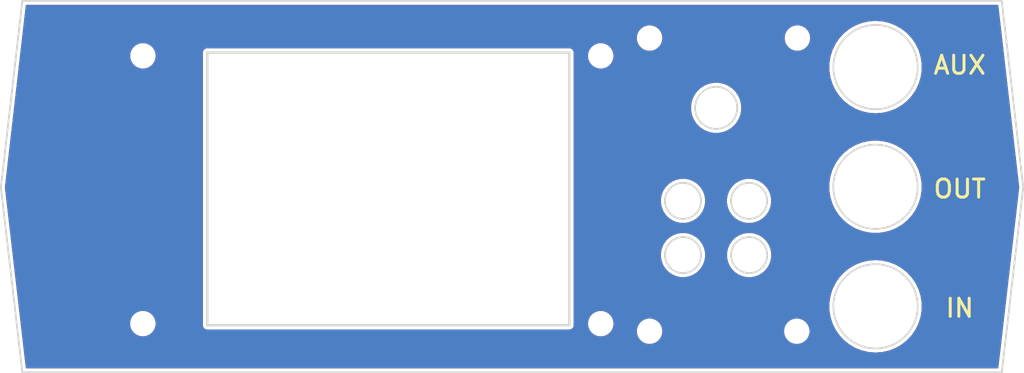
<source format=kicad_pcb>
(kicad_pcb (version 20171130) (host pcbnew 5.1.5-52549c5~86~ubuntu18.04.1)

  (general
    (thickness 1.6)
    (drawings 21)
    (tracks 0)
    (zones 0)
    (modules 8)
    (nets 1)
  )

  (page A4 portrait)
  (layers
    (0 F.Cu signal)
    (31 B.Cu signal)
    (32 B.Adhes user)
    (33 F.Adhes user)
    (34 B.Paste user)
    (35 F.Paste user)
    (36 B.SilkS user)
    (37 F.SilkS user)
    (38 B.Mask user)
    (39 F.Mask user)
    (40 Dwgs.User user)
    (41 Cmts.User user)
    (42 Eco1.User user)
    (43 Eco2.User user)
    (44 Edge.Cuts user)
    (45 Margin user)
    (46 B.CrtYd user)
    (47 F.CrtYd user)
    (48 B.Fab user hide)
    (49 F.Fab user hide)
  )

  (setup
    (last_trace_width 0.25)
    (trace_clearance 0.2)
    (zone_clearance 0.508)
    (zone_45_only no)
    (trace_min 0.2)
    (via_size 0.8)
    (via_drill 0.4)
    (via_min_size 0.4)
    (via_min_drill 0.3)
    (uvia_size 0.3)
    (uvia_drill 0.1)
    (uvias_allowed no)
    (uvia_min_size 0.2)
    (uvia_min_drill 0.1)
    (edge_width 0.05)
    (segment_width 0.2)
    (pcb_text_width 0.3)
    (pcb_text_size 1.5 1.5)
    (mod_edge_width 0.12)
    (mod_text_size 1 1)
    (mod_text_width 0.15)
    (pad_size 1.524 1.524)
    (pad_drill 0.762)
    (pad_to_mask_clearance 0.051)
    (solder_mask_min_width 0.25)
    (aux_axis_origin 0 0)
    (visible_elements FFFFFF7F)
    (pcbplotparams
      (layerselection 0x010fc_ffffffff)
      (usegerberextensions false)
      (usegerberattributes false)
      (usegerberadvancedattributes false)
      (creategerberjobfile false)
      (excludeedgelayer true)
      (linewidth 0.100000)
      (plotframeref false)
      (viasonmask false)
      (mode 1)
      (useauxorigin false)
      (hpglpennumber 1)
      (hpglpenspeed 20)
      (hpglpendiameter 15.000000)
      (psnegative false)
      (psa4output false)
      (plotreference true)
      (plotvalue true)
      (plotinvisibletext false)
      (padsonsilk false)
      (subtractmaskfromsilk false)
      (outputformat 1)
      (mirror false)
      (drillshape 1)
      (scaleselection 1)
      (outputdirectory ""))
  )

  (net 0 "")

  (net_class Default "This is the default net class."
    (clearance 0.2)
    (trace_width 0.25)
    (via_dia 0.8)
    (via_drill 0.4)
    (uvia_dia 0.3)
    (uvia_drill 0.1)
  )

  (module MountingHole:MountingHole_3.2mm_M3 locked (layer F.Cu) (tedit 56D1B4CB) (tstamp 5ED2D3D9)
    (at 128.2319 126.52248)
    (descr "Mounting Hole 3.2mm, no annular, M3")
    (tags "mounting hole 3.2mm no annular m3")
    (attr virtual)
    (fp_text reference REF** (at 0 -4.2) (layer F.SilkS) hide
      (effects (font (size 1 1) (thickness 0.15)))
    )
    (fp_text value MountingHole_3.2mm_M3 (at 0 4.2) (layer F.Fab)
      (effects (font (size 1 1) (thickness 0.15)))
    )
    (fp_circle (center 0 0) (end 3.45 0) (layer F.CrtYd) (width 0.05))
    (fp_circle (center 0 0) (end 3.2 0) (layer Cmts.User) (width 0.15))
    (fp_text user %R (at 0.3 0) (layer F.Fab)
      (effects (font (size 1 1) (thickness 0.15)))
    )
    (pad 1 np_thru_hole circle (at 0 0) (size 3.2 3.2) (drill 3.2) (layers *.Cu *.Mask))
  )

  (module MountingHole:MountingHole_3.2mm_M3 locked (layer F.Cu) (tedit 56D1B4CB) (tstamp 5ED2D3D9)
    (at 152.6667 126.5301)
    (descr "Mounting Hole 3.2mm, no annular, M3")
    (tags "mounting hole 3.2mm no annular m3")
    (attr virtual)
    (fp_text reference REF** (at 0 -4.2) (layer F.SilkS) hide
      (effects (font (size 1 1) (thickness 0.15)))
    )
    (fp_text value MountingHole_3.2mm_M3 (at 0 4.2) (layer F.Fab)
      (effects (font (size 1 1) (thickness 0.15)))
    )
    (fp_circle (center 0 0) (end 3.45 0) (layer F.CrtYd) (width 0.05))
    (fp_circle (center 0 0) (end 3.2 0) (layer Cmts.User) (width 0.15))
    (fp_text user %R (at 0.3 0) (layer F.Fab)
      (effects (font (size 1 1) (thickness 0.15)))
    )
    (pad 1 np_thru_hole circle (at 0 0) (size 3.2 3.2) (drill 3.2) (layers *.Cu *.Mask))
  )

  (module MountingHole:MountingHole_3.2mm_M3 (layer F.Cu) (tedit 56D1B4CB) (tstamp 5ED2D3D9)
    (at 152.7683 77.80528)
    (descr "Mounting Hole 3.2mm, no annular, M3")
    (tags "mounting hole 3.2mm no annular m3")
    (attr virtual)
    (fp_text reference REF** (at 0 -4.2) (layer F.SilkS) hide
      (effects (font (size 1 1) (thickness 0.15)))
    )
    (fp_text value MountingHole_3.2mm_M3 (at 0 4.2) (layer F.Fab)
      (effects (font (size 1 1) (thickness 0.15)))
    )
    (fp_circle (center 0 0) (end 3.45 0) (layer F.CrtYd) (width 0.05))
    (fp_circle (center 0 0) (end 3.2 0) (layer Cmts.User) (width 0.15))
    (fp_text user %R (at 0.3 0) (layer F.Fab)
      (effects (font (size 1 1) (thickness 0.15)))
    )
    (pad 1 np_thru_hole circle (at 0 0) (size 3.2 3.2) (drill 3.2) (layers *.Cu *.Mask))
  )

  (module MountingHole:MountingHole_3.2mm_M3 locked (layer F.Cu) (tedit 56D1B4CB) (tstamp 5ED2D3D9)
    (at 128.2319 77.80528)
    (descr "Mounting Hole 3.2mm, no annular, M3")
    (tags "mounting hole 3.2mm no annular m3")
    (attr virtual)
    (fp_text reference REF** (at 0 -4.2) (layer F.SilkS) hide
      (effects (font (size 1 1) (thickness 0.15)))
    )
    (fp_text value MountingHole_3.2mm_M3 (at 0 4.2) (layer F.Fab)
      (effects (font (size 1 1) (thickness 0.15)))
    )
    (fp_circle (center 0 0) (end 3.45 0) (layer F.CrtYd) (width 0.05))
    (fp_circle (center 0 0) (end 3.2 0) (layer Cmts.User) (width 0.15))
    (fp_text user %R (at 0.3 0) (layer F.Fab)
      (effects (font (size 1 1) (thickness 0.15)))
    )
    (pad 1 np_thru_hole circle (at 0 0) (size 3.2 3.2) (drill 3.2) (layers *.Cu *.Mask))
  )

  (module MountingHole:MountingHole_3.2mm_M3 locked (layer F.Cu) (tedit 56D1B4CB) (tstamp 5ED2D3D9)
    (at 120.1293 125.26518)
    (descr "Mounting Hole 3.2mm, no annular, M3")
    (tags "mounting hole 3.2mm no annular m3")
    (attr virtual)
    (fp_text reference REF** (at 0 -4.2) (layer F.SilkS) hide
      (effects (font (size 1 1) (thickness 0.15)))
    )
    (fp_text value MountingHole_3.2mm_M3 (at 0 4.2) (layer F.Fab)
      (effects (font (size 1 1) (thickness 0.15)))
    )
    (fp_circle (center 0 0) (end 3.45 0) (layer F.CrtYd) (width 0.05))
    (fp_circle (center 0 0) (end 3.2 0) (layer Cmts.User) (width 0.15))
    (fp_text user %R (at 0.3 0) (layer F.Fab)
      (effects (font (size 1 1) (thickness 0.15)))
    )
    (pad 1 np_thru_hole circle (at 0 0) (size 3.2 3.2) (drill 3.2) (layers *.Cu *.Mask))
  )

  (module MountingHole:MountingHole_3.2mm_M3 locked (layer F.Cu) (tedit 56D1B4CB) (tstamp 5ED2D3D9)
    (at 120.1293 80.76438)
    (descr "Mounting Hole 3.2mm, no annular, M3")
    (tags "mounting hole 3.2mm no annular m3")
    (attr virtual)
    (fp_text reference REF** (at 0 -4.2) (layer F.SilkS) hide
      (effects (font (size 1 1) (thickness 0.15)))
    )
    (fp_text value MountingHole_3.2mm_M3 (at 0 4.2) (layer F.Fab)
      (effects (font (size 1 1) (thickness 0.15)))
    )
    (fp_circle (center 0 0) (end 3.45 0) (layer F.CrtYd) (width 0.05))
    (fp_circle (center 0 0) (end 3.2 0) (layer Cmts.User) (width 0.15))
    (fp_text user %R (at 0.3 0) (layer F.Fab)
      (effects (font (size 1 1) (thickness 0.15)))
    )
    (pad 1 np_thru_hole circle (at 0 0) (size 3.2 3.2) (drill 3.2) (layers *.Cu *.Mask))
  )

  (module MountingHole:MountingHole_3.2mm_M3 (layer F.Cu) (tedit 56D1B4CB) (tstamp 5ED2D3D9)
    (at 44.1325 125.2601)
    (descr "Mounting Hole 3.2mm, no annular, M3")
    (tags "mounting hole 3.2mm no annular m3")
    (attr virtual)
    (fp_text reference REF** (at 0 -4.2) (layer F.SilkS) hide
      (effects (font (size 1 1) (thickness 0.15)))
    )
    (fp_text value MountingHole_3.2mm_M3 (at 0 4.2) (layer F.Fab)
      (effects (font (size 1 1) (thickness 0.15)))
    )
    (fp_circle (center 0 0) (end 3.45 0) (layer F.CrtYd) (width 0.05))
    (fp_circle (center 0 0) (end 3.2 0) (layer Cmts.User) (width 0.15))
    (fp_text user %R (at 0.3 0) (layer F.Fab)
      (effects (font (size 1 1) (thickness 0.15)))
    )
    (pad 1 np_thru_hole circle (at 0 0) (size 3.2 3.2) (drill 3.2) (layers *.Cu *.Mask))
  )

  (module MountingHole:MountingHole_3.2mm_M3 locked (layer F.Cu) (tedit 56D1B4CB) (tstamp 5ED2D391)
    (at 44.1452 80.7593)
    (descr "Mounting Hole 3.2mm, no annular, M3")
    (tags "mounting hole 3.2mm no annular m3")
    (attr virtual)
    (fp_text reference REF** (at 0 -4.2) (layer F.SilkS) hide
      (effects (font (size 1 1) (thickness 0.15)))
    )
    (fp_text value MountingHole_3.2mm_M3 (at 0 4.2) (layer F.Fab)
      (effects (font (size 1 1) (thickness 0.15)))
    )
    (fp_text user %R (at 0.3 0) (layer F.Fab)
      (effects (font (size 1 1) (thickness 0.15)))
    )
    (fp_circle (center 0 0) (end 3.2 0) (layer Cmts.User) (width 0.15))
    (fp_circle (center 0 0) (end 3.45 0) (layer F.CrtYd) (width 0.05))
    (pad 1 np_thru_hole circle (at 0 0) (size 3.2 3.2) (drill 3.2) (layers *.Cu *.Mask))
  )

  (gr_text IN (at 179.705 122.682) (layer F.SilkS) (tstamp 5ED2D9A2)
    (effects (font (size 3 3) (thickness 0.5)))
  )
  (gr_text OUT (at 179.705 102.87) (layer F.SilkS) (tstamp 5ED2D9A2)
    (effects (font (size 3 3) (thickness 0.5)))
  )
  (gr_text AUX (at 179.705 82.296) (layer F.SilkS)
    (effects (font (size 3 3) (thickness 0.5)))
  )
  (gr_line (start 190.246 102.616) (end 186.69 133.35) (layer Edge.Cuts) (width 0.3) (tstamp 5ED2D654))
  (gr_line (start 190.246 102.616) (end 186.69 71.628) (layer Edge.Cuts) (width 0.3) (tstamp 5ED2D652))
  (gr_line (start 20.574 102.616) (end 24.13 133.35) (layer Edge.Cuts) (width 0.3) (tstamp 5ED2D641))
  (gr_line (start 20.574 102.616) (end 24.13 71.628) (layer Edge.Cuts) (width 0.3) (tstamp 5ED2D639))
  (gr_circle (center 144.7419 104.8639) (end 147.7419 104.8639) (layer Edge.Cuts) (width 0.3) (tstamp 5ED2D577))
  (gr_circle (center 144.7546 113.8682) (end 147.7546 113.8682) (layer Edge.Cuts) (width 0.3) (tstamp 5ED2D5E5))
  (gr_circle (center 133.7818 113.8682) (end 136.7818 113.8682) (layer Edge.Cuts) (width 0.3) (tstamp 5ED2D577))
  (gr_circle (center 133.7818 104.8639) (end 136.7818 104.8639) (layer Edge.Cuts) (width 0.3) (tstamp 5ED2D5E0))
  (gr_circle (center 139.2809 89.4005) (end 142.7809 89.4005) (layer Edge.Cuts) (width 0.3))
  (gr_circle (center 165.735 122.3876) (end 172.735 122.3876) (layer Edge.Cuts) (width 0.3) (tstamp 5ED2CD3D))
  (gr_circle (center 165.7223 102.5144) (end 172.7223 102.5144) (layer Edge.Cuts) (width 0.3) (tstamp 5ED2CD3D))
  (gr_circle (center 165.735 82.6262) (end 172.735 82.6262) (layer Edge.Cuts) (width 0.3))
  (gr_line (start 114.917675 80.223683) (end 114.917675 125.52387) (layer Edge.Cuts) (width 0.404466))
  (gr_line (start 54.82214 80.223683) (end 114.917675 80.223683) (layer Edge.Cuts) (width 0.404466))
  (gr_line (start 54.82214 125.52387) (end 54.82214 80.223683) (layer Edge.Cuts) (width 0.404466))
  (gr_line (start 114.917675 125.52387) (end 54.82214 125.52387) (layer Edge.Cuts) (width 0.404466))
  (gr_line (start 24.13 71.628) (end 186.69 71.628) (layer Edge.Cuts) (width 0.3))
  (gr_line (start 186.69 133.35) (end 24.13 133.35) (layer Edge.Cuts) (width 0.3))

  (zone (net 0) (net_name "") (layer F.Cu) (tstamp 0) (hatch edge 0.508)
    (connect_pads yes (clearance 0.508))
    (min_thickness 0.254)
    (fill yes (arc_segments 32) (thermal_gap 0.508) (thermal_bridge_width 0.508))
    (polygon
      (pts
        (xy 190.246 133.35) (xy 20.574 133.35) (xy 20.574 71.628) (xy 190.246 71.628)
      )
    )
    (filled_polygon
      (pts
        (xy 189.455806 102.61563) (xy 185.99059 132.565) (xy 24.82941 132.565) (xy 23.958746 125.039972) (xy 41.8975 125.039972)
        (xy 41.8975 125.480228) (xy 41.98339 125.912025) (xy 42.151869 126.318769) (xy 42.396462 126.684829) (xy 42.707771 126.996138)
        (xy 43.073831 127.240731) (xy 43.480575 127.40921) (xy 43.912372 127.4951) (xy 44.352628 127.4951) (xy 44.784425 127.40921)
        (xy 45.191169 127.240731) (xy 45.557229 126.996138) (xy 45.868538 126.684829) (xy 46.113131 126.318769) (xy 46.28161 125.912025)
        (xy 46.3675 125.480228) (xy 46.3675 125.039972) (xy 46.28161 124.608175) (xy 46.113131 124.201431) (xy 45.868538 123.835371)
        (xy 45.557229 123.524062) (xy 45.191169 123.279469) (xy 44.784425 123.11099) (xy 44.352628 123.0251) (xy 43.912372 123.0251)
        (xy 43.480575 123.11099) (xy 43.073831 123.279469) (xy 42.707771 123.524062) (xy 42.396462 123.835371) (xy 42.151869 124.201431)
        (xy 41.98339 124.608175) (xy 41.8975 125.039972) (xy 23.958746 125.039972) (xy 21.364193 102.615631) (xy 23.897557 80.539172)
        (xy 41.9102 80.539172) (xy 41.9102 80.979428) (xy 41.99609 81.411225) (xy 42.164569 81.817969) (xy 42.409162 82.184029)
        (xy 42.720471 82.495338) (xy 43.086531 82.739931) (xy 43.493275 82.90841) (xy 43.925072 82.9943) (xy 44.365328 82.9943)
        (xy 44.797125 82.90841) (xy 45.203869 82.739931) (xy 45.569929 82.495338) (xy 45.881238 82.184029) (xy 46.125831 81.817969)
        (xy 46.29431 81.411225) (xy 46.3802 80.979428) (xy 46.3802 80.539172) (xy 46.317446 80.223683) (xy 53.980856 80.223683)
        (xy 53.984908 80.264824) (xy 53.984907 125.482739) (xy 53.980856 125.52387) (xy 53.997021 125.687996) (xy 54.044895 125.845815)
        (xy 54.122638 125.991262) (xy 54.227262 126.118748) (xy 54.354748 126.223372) (xy 54.500195 126.301115) (xy 54.658014 126.348989)
        (xy 54.82214 126.365154) (xy 54.86327 126.361103) (xy 114.876545 126.361103) (xy 114.917675 126.365154) (xy 114.958805 126.361103)
        (xy 115.081801 126.348989) (xy 115.23962 126.301115) (xy 115.385067 126.223372) (xy 115.512553 126.118748) (xy 115.617177 125.991262)
        (xy 115.69492 125.845815) (xy 115.742794 125.687996) (xy 115.758959 125.52387) (xy 115.754908 125.48274) (xy 115.754908 125.045052)
        (xy 117.8943 125.045052) (xy 117.8943 125.485308) (xy 117.98019 125.917105) (xy 118.148669 126.323849) (xy 118.393262 126.689909)
        (xy 118.704571 127.001218) (xy 119.070631 127.245811) (xy 119.477375 127.41429) (xy 119.909172 127.50018) (xy 120.349428 127.50018)
        (xy 120.781225 127.41429) (xy 121.187969 127.245811) (xy 121.554029 127.001218) (xy 121.865338 126.689909) (xy 122.109931 126.323849)
        (xy 122.118835 126.302352) (xy 125.9969 126.302352) (xy 125.9969 126.742608) (xy 126.08279 127.174405) (xy 126.251269 127.581149)
        (xy 126.495862 127.947209) (xy 126.807171 128.258518) (xy 127.173231 128.503111) (xy 127.579975 128.67159) (xy 128.011772 128.75748)
        (xy 128.452028 128.75748) (xy 128.883825 128.67159) (xy 129.290569 128.503111) (xy 129.656629 128.258518) (xy 129.967938 127.947209)
        (xy 130.212531 127.581149) (xy 130.38101 127.174405) (xy 130.4669 126.742608) (xy 130.4669 126.309972) (xy 150.4317 126.309972)
        (xy 150.4317 126.750228) (xy 150.51759 127.182025) (xy 150.686069 127.588769) (xy 150.930662 127.954829) (xy 151.241971 128.266138)
        (xy 151.608031 128.510731) (xy 152.014775 128.67921) (xy 152.446572 128.7651) (xy 152.886828 128.7651) (xy 153.318625 128.67921)
        (xy 153.725369 128.510731) (xy 154.091429 128.266138) (xy 154.402738 127.954829) (xy 154.647331 127.588769) (xy 154.81581 127.182025)
        (xy 154.9017 126.750228) (xy 154.9017 126.309972) (xy 154.81581 125.878175) (xy 154.647331 125.471431) (xy 154.402738 125.105371)
        (xy 154.091429 124.794062) (xy 153.725369 124.549469) (xy 153.318625 124.38099) (xy 152.886828 124.2951) (xy 152.446572 124.2951)
        (xy 152.014775 124.38099) (xy 151.608031 124.549469) (xy 151.241971 124.794062) (xy 150.930662 125.105371) (xy 150.686069 125.471431)
        (xy 150.51759 125.878175) (xy 150.4317 126.309972) (xy 130.4669 126.309972) (xy 130.4669 126.302352) (xy 130.38101 125.870555)
        (xy 130.212531 125.463811) (xy 129.967938 125.097751) (xy 129.656629 124.786442) (xy 129.290569 124.541849) (xy 128.883825 124.37337)
        (xy 128.452028 124.28748) (xy 128.011772 124.28748) (xy 127.579975 124.37337) (xy 127.173231 124.541849) (xy 126.807171 124.786442)
        (xy 126.495862 125.097751) (xy 126.251269 125.463811) (xy 126.08279 125.870555) (xy 125.9969 126.302352) (xy 122.118835 126.302352)
        (xy 122.27841 125.917105) (xy 122.3643 125.485308) (xy 122.3643 125.045052) (xy 122.27841 124.613255) (xy 122.109931 124.206511)
        (xy 121.865338 123.840451) (xy 121.554029 123.529142) (xy 121.187969 123.284549) (xy 120.781225 123.11607) (xy 120.349428 123.03018)
        (xy 119.909172 123.03018) (xy 119.477375 123.11607) (xy 119.070631 123.284549) (xy 118.704571 123.529142) (xy 118.393262 123.840451)
        (xy 118.148669 124.206511) (xy 117.98019 124.613255) (xy 117.8943 125.045052) (xy 115.754908 125.045052) (xy 115.754908 121.804332)
        (xy 157.951824 121.804332) (xy 157.951824 122.970868) (xy 158.125688 124.124376) (xy 158.46953 125.239087) (xy 158.975672 126.2901)
        (xy 159.632805 127.253938) (xy 160.426252 128.10907) (xy 161.338287 128.836394) (xy 162.348537 129.419662) (xy 163.434436 129.845846)
        (xy 164.571725 130.105425) (xy 165.735 130.1926) (xy 166.898275 130.105425) (xy 168.035564 129.845846) (xy 169.121463 129.419662)
        (xy 170.131713 128.836394) (xy 171.043748 128.10907) (xy 171.837195 127.253938) (xy 172.494328 126.2901) (xy 173.00047 125.239087)
        (xy 173.344312 124.124376) (xy 173.518176 122.970868) (xy 173.518176 121.804332) (xy 173.344312 120.650824) (xy 173.00047 119.536113)
        (xy 172.494328 118.4851) (xy 171.837195 117.521262) (xy 171.043748 116.66613) (xy 170.131713 115.938806) (xy 169.121463 115.355538)
        (xy 168.035564 114.929354) (xy 166.898275 114.669775) (xy 165.735 114.5826) (xy 164.571725 114.669775) (xy 163.434436 114.929354)
        (xy 162.348537 115.355538) (xy 161.338287 115.938806) (xy 160.426252 116.66613) (xy 159.632805 117.521262) (xy 158.975672 118.4851)
        (xy 158.46953 119.536113) (xy 158.125688 120.650824) (xy 157.951824 121.804332) (xy 115.754908 121.804332) (xy 115.754908 113.495245)
        (xy 129.995122 113.495245) (xy 129.995122 114.241155) (xy 130.140642 114.972733) (xy 130.42609 115.661865) (xy 130.840495 116.282066)
        (xy 131.367934 116.809505) (xy 131.988135 117.22391) (xy 132.677267 117.509358) (xy 133.408845 117.654878) (xy 134.154755 117.654878)
        (xy 134.886333 117.509358) (xy 135.575465 117.22391) (xy 136.195666 116.809505) (xy 136.723105 116.282066) (xy 137.13751 115.661865)
        (xy 137.422958 114.972733) (xy 137.568478 114.241155) (xy 137.568478 113.495245) (xy 140.967922 113.495245) (xy 140.967922 114.241155)
        (xy 141.113442 114.972733) (xy 141.39889 115.661865) (xy 141.813295 116.282066) (xy 142.340734 116.809505) (xy 142.960935 117.22391)
        (xy 143.650067 117.509358) (xy 144.381645 117.654878) (xy 145.127555 117.654878) (xy 145.859133 117.509358) (xy 146.548265 117.22391)
        (xy 147.168466 116.809505) (xy 147.695905 116.282066) (xy 148.11031 115.661865) (xy 148.395758 114.972733) (xy 148.541278 114.241155)
        (xy 148.541278 113.495245) (xy 148.395758 112.763667) (xy 148.11031 112.074535) (xy 147.695905 111.454334) (xy 147.168466 110.926895)
        (xy 146.548265 110.51249) (xy 145.859133 110.227042) (xy 145.127555 110.081522) (xy 144.381645 110.081522) (xy 143.650067 110.227042)
        (xy 142.960935 110.51249) (xy 142.340734 110.926895) (xy 141.813295 111.454334) (xy 141.39889 112.074535) (xy 141.113442 112.763667)
        (xy 140.967922 113.495245) (xy 137.568478 113.495245) (xy 137.422958 112.763667) (xy 137.13751 112.074535) (xy 136.723105 111.454334)
        (xy 136.195666 110.926895) (xy 135.575465 110.51249) (xy 134.886333 110.227042) (xy 134.154755 110.081522) (xy 133.408845 110.081522)
        (xy 132.677267 110.227042) (xy 131.988135 110.51249) (xy 131.367934 110.926895) (xy 130.840495 111.454334) (xy 130.42609 112.074535)
        (xy 130.140642 112.763667) (xy 129.995122 113.495245) (xy 115.754908 113.495245) (xy 115.754908 104.490945) (xy 129.995122 104.490945)
        (xy 129.995122 105.236855) (xy 130.140642 105.968433) (xy 130.42609 106.657565) (xy 130.840495 107.277766) (xy 131.367934 107.805205)
        (xy 131.988135 108.21961) (xy 132.677267 108.505058) (xy 133.408845 108.650578) (xy 134.154755 108.650578) (xy 134.886333 108.505058)
        (xy 135.575465 108.21961) (xy 136.195666 107.805205) (xy 136.723105 107.277766) (xy 137.13751 106.657565) (xy 137.422958 105.968433)
        (xy 137.568478 105.236855) (xy 137.568478 104.490945) (xy 140.955222 104.490945) (xy 140.955222 105.236855) (xy 141.100742 105.968433)
        (xy 141.38619 106.657565) (xy 141.800595 107.277766) (xy 142.328034 107.805205) (xy 142.948235 108.21961) (xy 143.637367 108.505058)
        (xy 144.368945 108.650578) (xy 145.114855 108.650578) (xy 145.846433 108.505058) (xy 146.535565 108.21961) (xy 147.155766 107.805205)
        (xy 147.683205 107.277766) (xy 148.09761 106.657565) (xy 148.383058 105.968433) (xy 148.528578 105.236855) (xy 148.528578 104.490945)
        (xy 148.383058 103.759367) (xy 148.09761 103.070235) (xy 147.683205 102.450034) (xy 147.164303 101.931132) (xy 157.939124 101.931132)
        (xy 157.939124 103.097668) (xy 158.112988 104.251176) (xy 158.45683 105.365887) (xy 158.962972 106.4169) (xy 159.620105 107.380738)
        (xy 160.413552 108.23587) (xy 161.325587 108.963194) (xy 162.335837 109.546462) (xy 163.421736 109.972646) (xy 164.559025 110.232225)
        (xy 165.7223 110.3194) (xy 166.885575 110.232225) (xy 168.022864 109.972646) (xy 169.108763 109.546462) (xy 170.119013 108.963194)
        (xy 171.031048 108.23587) (xy 171.824495 107.380738) (xy 172.481628 106.4169) (xy 172.98777 105.365887) (xy 173.331612 104.251176)
        (xy 173.505476 103.097668) (xy 173.505476 101.931132) (xy 173.331612 100.777624) (xy 172.98777 99.662913) (xy 172.481628 98.6119)
        (xy 171.824495 97.648062) (xy 171.031048 96.79293) (xy 170.119013 96.065606) (xy 169.108763 95.482338) (xy 168.022864 95.056154)
        (xy 166.885575 94.796575) (xy 165.7223 94.7094) (xy 164.559025 94.796575) (xy 163.421736 95.056154) (xy 162.335837 95.482338)
        (xy 161.325587 96.065606) (xy 160.413552 96.79293) (xy 159.620105 97.648062) (xy 158.962972 98.6119) (xy 158.45683 99.662913)
        (xy 158.112988 100.777624) (xy 157.939124 101.931132) (xy 147.164303 101.931132) (xy 147.155766 101.922595) (xy 146.535565 101.50819)
        (xy 145.846433 101.222742) (xy 145.114855 101.077222) (xy 144.368945 101.077222) (xy 143.637367 101.222742) (xy 142.948235 101.50819)
        (xy 142.328034 101.922595) (xy 141.800595 102.450034) (xy 141.38619 103.070235) (xy 141.100742 103.759367) (xy 140.955222 104.490945)
        (xy 137.568478 104.490945) (xy 137.422958 103.759367) (xy 137.13751 103.070235) (xy 136.723105 102.450034) (xy 136.195666 101.922595)
        (xy 135.575465 101.50819) (xy 134.886333 101.222742) (xy 134.154755 101.077222) (xy 133.408845 101.077222) (xy 132.677267 101.222742)
        (xy 131.988135 101.50819) (xy 131.367934 101.922595) (xy 130.840495 102.450034) (xy 130.42609 103.070235) (xy 130.140642 103.759367)
        (xy 129.995122 104.490945) (xy 115.754908 104.490945) (xy 115.754908 88.978536) (xy 134.99663 88.978536) (xy 134.99663 89.822464)
        (xy 135.161272 90.650176) (xy 135.484229 91.429863) (xy 135.95309 92.131563) (xy 136.549837 92.72831) (xy 137.251537 93.197171)
        (xy 138.031224 93.520128) (xy 138.858936 93.68477) (xy 139.702864 93.68477) (xy 140.530576 93.520128) (xy 141.310263 93.197171)
        (xy 142.011963 92.72831) (xy 142.60871 92.131563) (xy 143.077571 91.429863) (xy 143.400528 90.650176) (xy 143.56517 89.822464)
        (xy 143.56517 88.978536) (xy 143.400528 88.150824) (xy 143.077571 87.371137) (xy 142.60871 86.669437) (xy 142.011963 86.07269)
        (xy 141.310263 85.603829) (xy 140.530576 85.280872) (xy 139.702864 85.11623) (xy 138.858936 85.11623) (xy 138.031224 85.280872)
        (xy 137.251537 85.603829) (xy 136.549837 86.07269) (xy 135.95309 86.669437) (xy 135.484229 87.371137) (xy 135.161272 88.150824)
        (xy 134.99663 88.978536) (xy 115.754908 88.978536) (xy 115.754908 80.544252) (xy 117.8943 80.544252) (xy 117.8943 80.984508)
        (xy 117.98019 81.416305) (xy 118.148669 81.823049) (xy 118.393262 82.189109) (xy 118.704571 82.500418) (xy 119.070631 82.745011)
        (xy 119.477375 82.91349) (xy 119.909172 82.99938) (xy 120.349428 82.99938) (xy 120.781225 82.91349) (xy 121.187969 82.745011)
        (xy 121.554029 82.500418) (xy 121.865338 82.189109) (xy 121.96301 82.042932) (xy 157.951824 82.042932) (xy 157.951824 83.209468)
        (xy 158.125688 84.362976) (xy 158.46953 85.477687) (xy 158.975672 86.5287) (xy 159.632805 87.492538) (xy 160.426252 88.34767)
        (xy 161.338287 89.074994) (xy 162.348537 89.658262) (xy 163.434436 90.084446) (xy 164.571725 90.344025) (xy 165.735 90.4312)
        (xy 166.898275 90.344025) (xy 168.035564 90.084446) (xy 169.121463 89.658262) (xy 170.131713 89.074994) (xy 171.043748 88.34767)
        (xy 171.837195 87.492538) (xy 172.494328 86.5287) (xy 173.00047 85.477687) (xy 173.344312 84.362976) (xy 173.518176 83.209468)
        (xy 173.518176 82.042932) (xy 173.344312 80.889424) (xy 173.00047 79.774713) (xy 172.494328 78.7237) (xy 171.837195 77.759862)
        (xy 171.043748 76.90473) (xy 170.131713 76.177406) (xy 169.121463 75.594138) (xy 168.035564 75.167954) (xy 166.898275 74.908375)
        (xy 165.735 74.8212) (xy 164.571725 74.908375) (xy 163.434436 75.167954) (xy 162.348537 75.594138) (xy 161.338287 76.177406)
        (xy 160.426252 76.90473) (xy 159.632805 77.759862) (xy 158.975672 78.7237) (xy 158.46953 79.774713) (xy 158.125688 80.889424)
        (xy 157.951824 82.042932) (xy 121.96301 82.042932) (xy 122.109931 81.823049) (xy 122.27841 81.416305) (xy 122.3643 80.984508)
        (xy 122.3643 80.544252) (xy 122.27841 80.112455) (xy 122.109931 79.705711) (xy 121.865338 79.339651) (xy 121.554029 79.028342)
        (xy 121.187969 78.783749) (xy 120.781225 78.61527) (xy 120.349428 78.52938) (xy 119.909172 78.52938) (xy 119.477375 78.61527)
        (xy 119.070631 78.783749) (xy 118.704571 79.028342) (xy 118.393262 79.339651) (xy 118.148669 79.705711) (xy 117.98019 80.112455)
        (xy 117.8943 80.544252) (xy 115.754908 80.544252) (xy 115.754908 80.264813) (xy 115.758959 80.223683) (xy 115.742794 80.059557)
        (xy 115.69492 79.901738) (xy 115.617177 79.756291) (xy 115.512553 79.628805) (xy 115.385067 79.524181) (xy 115.23962 79.446438)
        (xy 115.081801 79.398564) (xy 114.958805 79.38645) (xy 114.917675 79.382399) (xy 114.876545 79.38645) (xy 54.86327 79.38645)
        (xy 54.82214 79.382399) (xy 54.78101 79.38645) (xy 54.658014 79.398564) (xy 54.500195 79.446438) (xy 54.354748 79.524181)
        (xy 54.227262 79.628805) (xy 54.122638 79.756291) (xy 54.044895 79.901738) (xy 53.997021 80.059557) (xy 53.980856 80.223683)
        (xy 46.317446 80.223683) (xy 46.29431 80.107375) (xy 46.125831 79.700631) (xy 45.881238 79.334571) (xy 45.569929 79.023262)
        (xy 45.203869 78.778669) (xy 44.797125 78.61019) (xy 44.365328 78.5243) (xy 43.925072 78.5243) (xy 43.493275 78.61019)
        (xy 43.086531 78.778669) (xy 42.720471 79.023262) (xy 42.409162 79.334571) (xy 42.164569 79.700631) (xy 41.99609 80.107375)
        (xy 41.9102 80.539172) (xy 23.897557 80.539172) (xy 24.236543 77.585152) (xy 125.9969 77.585152) (xy 125.9969 78.025408)
        (xy 126.08279 78.457205) (xy 126.251269 78.863949) (xy 126.495862 79.230009) (xy 126.807171 79.541318) (xy 127.173231 79.785911)
        (xy 127.579975 79.95439) (xy 128.011772 80.04028) (xy 128.452028 80.04028) (xy 128.883825 79.95439) (xy 129.290569 79.785911)
        (xy 129.656629 79.541318) (xy 129.967938 79.230009) (xy 130.212531 78.863949) (xy 130.38101 78.457205) (xy 130.4669 78.025408)
        (xy 130.4669 77.585152) (xy 150.5333 77.585152) (xy 150.5333 78.025408) (xy 150.61919 78.457205) (xy 150.787669 78.863949)
        (xy 151.032262 79.230009) (xy 151.343571 79.541318) (xy 151.709631 79.785911) (xy 152.116375 79.95439) (xy 152.548172 80.04028)
        (xy 152.988428 80.04028) (xy 153.420225 79.95439) (xy 153.826969 79.785911) (xy 154.193029 79.541318) (xy 154.504338 79.230009)
        (xy 154.748931 78.863949) (xy 154.91741 78.457205) (xy 155.0033 78.025408) (xy 155.0033 77.585152) (xy 154.91741 77.153355)
        (xy 154.748931 76.746611) (xy 154.504338 76.380551) (xy 154.193029 76.069242) (xy 153.826969 75.824649) (xy 153.420225 75.65617)
        (xy 152.988428 75.57028) (xy 152.548172 75.57028) (xy 152.116375 75.65617) (xy 151.709631 75.824649) (xy 151.343571 76.069242)
        (xy 151.032262 76.380551) (xy 150.787669 76.746611) (xy 150.61919 77.153355) (xy 150.5333 77.585152) (xy 130.4669 77.585152)
        (xy 130.38101 77.153355) (xy 130.212531 76.746611) (xy 129.967938 76.380551) (xy 129.656629 76.069242) (xy 129.290569 75.824649)
        (xy 128.883825 75.65617) (xy 128.452028 75.57028) (xy 128.011772 75.57028) (xy 127.579975 75.65617) (xy 127.173231 75.824649)
        (xy 126.807171 76.069242) (xy 126.495862 76.380551) (xy 126.251269 76.746611) (xy 126.08279 77.153355) (xy 125.9969 77.585152)
        (xy 24.236543 77.585152) (xy 24.830069 72.413) (xy 185.98993 72.413)
      )
    )
  )
  (zone (net 0) (net_name "") (layer B.Cu) (tstamp 0) (hatch edge 0.508)
    (connect_pads yes (clearance 0.508))
    (min_thickness 0.254)
    (fill yes (arc_segments 32) (thermal_gap 0.508) (thermal_bridge_width 0.508))
    (polygon
      (pts
        (xy 190.246 133.35) (xy 20.574 133.35) (xy 20.574 71.628) (xy 190.246 71.628)
      )
    )
    (filled_polygon
      (pts
        (xy 189.455806 102.61563) (xy 185.99059 132.565) (xy 24.82941 132.565) (xy 23.958746 125.039972) (xy 41.8975 125.039972)
        (xy 41.8975 125.480228) (xy 41.98339 125.912025) (xy 42.151869 126.318769) (xy 42.396462 126.684829) (xy 42.707771 126.996138)
        (xy 43.073831 127.240731) (xy 43.480575 127.40921) (xy 43.912372 127.4951) (xy 44.352628 127.4951) (xy 44.784425 127.40921)
        (xy 45.191169 127.240731) (xy 45.557229 126.996138) (xy 45.868538 126.684829) (xy 46.113131 126.318769) (xy 46.28161 125.912025)
        (xy 46.3675 125.480228) (xy 46.3675 125.039972) (xy 46.28161 124.608175) (xy 46.113131 124.201431) (xy 45.868538 123.835371)
        (xy 45.557229 123.524062) (xy 45.191169 123.279469) (xy 44.784425 123.11099) (xy 44.352628 123.0251) (xy 43.912372 123.0251)
        (xy 43.480575 123.11099) (xy 43.073831 123.279469) (xy 42.707771 123.524062) (xy 42.396462 123.835371) (xy 42.151869 124.201431)
        (xy 41.98339 124.608175) (xy 41.8975 125.039972) (xy 23.958746 125.039972) (xy 21.364193 102.615631) (xy 23.897557 80.539172)
        (xy 41.9102 80.539172) (xy 41.9102 80.979428) (xy 41.99609 81.411225) (xy 42.164569 81.817969) (xy 42.409162 82.184029)
        (xy 42.720471 82.495338) (xy 43.086531 82.739931) (xy 43.493275 82.90841) (xy 43.925072 82.9943) (xy 44.365328 82.9943)
        (xy 44.797125 82.90841) (xy 45.203869 82.739931) (xy 45.569929 82.495338) (xy 45.881238 82.184029) (xy 46.125831 81.817969)
        (xy 46.29431 81.411225) (xy 46.3802 80.979428) (xy 46.3802 80.539172) (xy 46.317446 80.223683) (xy 53.980856 80.223683)
        (xy 53.984908 80.264824) (xy 53.984907 125.482739) (xy 53.980856 125.52387) (xy 53.997021 125.687996) (xy 54.044895 125.845815)
        (xy 54.122638 125.991262) (xy 54.227262 126.118748) (xy 54.354748 126.223372) (xy 54.500195 126.301115) (xy 54.658014 126.348989)
        (xy 54.82214 126.365154) (xy 54.86327 126.361103) (xy 114.876545 126.361103) (xy 114.917675 126.365154) (xy 114.958805 126.361103)
        (xy 115.081801 126.348989) (xy 115.23962 126.301115) (xy 115.385067 126.223372) (xy 115.512553 126.118748) (xy 115.617177 125.991262)
        (xy 115.69492 125.845815) (xy 115.742794 125.687996) (xy 115.758959 125.52387) (xy 115.754908 125.48274) (xy 115.754908 125.045052)
        (xy 117.8943 125.045052) (xy 117.8943 125.485308) (xy 117.98019 125.917105) (xy 118.148669 126.323849) (xy 118.393262 126.689909)
        (xy 118.704571 127.001218) (xy 119.070631 127.245811) (xy 119.477375 127.41429) (xy 119.909172 127.50018) (xy 120.349428 127.50018)
        (xy 120.781225 127.41429) (xy 121.187969 127.245811) (xy 121.554029 127.001218) (xy 121.865338 126.689909) (xy 122.109931 126.323849)
        (xy 122.118835 126.302352) (xy 125.9969 126.302352) (xy 125.9969 126.742608) (xy 126.08279 127.174405) (xy 126.251269 127.581149)
        (xy 126.495862 127.947209) (xy 126.807171 128.258518) (xy 127.173231 128.503111) (xy 127.579975 128.67159) (xy 128.011772 128.75748)
        (xy 128.452028 128.75748) (xy 128.883825 128.67159) (xy 129.290569 128.503111) (xy 129.656629 128.258518) (xy 129.967938 127.947209)
        (xy 130.212531 127.581149) (xy 130.38101 127.174405) (xy 130.4669 126.742608) (xy 130.4669 126.309972) (xy 150.4317 126.309972)
        (xy 150.4317 126.750228) (xy 150.51759 127.182025) (xy 150.686069 127.588769) (xy 150.930662 127.954829) (xy 151.241971 128.266138)
        (xy 151.608031 128.510731) (xy 152.014775 128.67921) (xy 152.446572 128.7651) (xy 152.886828 128.7651) (xy 153.318625 128.67921)
        (xy 153.725369 128.510731) (xy 154.091429 128.266138) (xy 154.402738 127.954829) (xy 154.647331 127.588769) (xy 154.81581 127.182025)
        (xy 154.9017 126.750228) (xy 154.9017 126.309972) (xy 154.81581 125.878175) (xy 154.647331 125.471431) (xy 154.402738 125.105371)
        (xy 154.091429 124.794062) (xy 153.725369 124.549469) (xy 153.318625 124.38099) (xy 152.886828 124.2951) (xy 152.446572 124.2951)
        (xy 152.014775 124.38099) (xy 151.608031 124.549469) (xy 151.241971 124.794062) (xy 150.930662 125.105371) (xy 150.686069 125.471431)
        (xy 150.51759 125.878175) (xy 150.4317 126.309972) (xy 130.4669 126.309972) (xy 130.4669 126.302352) (xy 130.38101 125.870555)
        (xy 130.212531 125.463811) (xy 129.967938 125.097751) (xy 129.656629 124.786442) (xy 129.290569 124.541849) (xy 128.883825 124.37337)
        (xy 128.452028 124.28748) (xy 128.011772 124.28748) (xy 127.579975 124.37337) (xy 127.173231 124.541849) (xy 126.807171 124.786442)
        (xy 126.495862 125.097751) (xy 126.251269 125.463811) (xy 126.08279 125.870555) (xy 125.9969 126.302352) (xy 122.118835 126.302352)
        (xy 122.27841 125.917105) (xy 122.3643 125.485308) (xy 122.3643 125.045052) (xy 122.27841 124.613255) (xy 122.109931 124.206511)
        (xy 121.865338 123.840451) (xy 121.554029 123.529142) (xy 121.187969 123.284549) (xy 120.781225 123.11607) (xy 120.349428 123.03018)
        (xy 119.909172 123.03018) (xy 119.477375 123.11607) (xy 119.070631 123.284549) (xy 118.704571 123.529142) (xy 118.393262 123.840451)
        (xy 118.148669 124.206511) (xy 117.98019 124.613255) (xy 117.8943 125.045052) (xy 115.754908 125.045052) (xy 115.754908 121.804332)
        (xy 157.951824 121.804332) (xy 157.951824 122.970868) (xy 158.125688 124.124376) (xy 158.46953 125.239087) (xy 158.975672 126.2901)
        (xy 159.632805 127.253938) (xy 160.426252 128.10907) (xy 161.338287 128.836394) (xy 162.348537 129.419662) (xy 163.434436 129.845846)
        (xy 164.571725 130.105425) (xy 165.735 130.1926) (xy 166.898275 130.105425) (xy 168.035564 129.845846) (xy 169.121463 129.419662)
        (xy 170.131713 128.836394) (xy 171.043748 128.10907) (xy 171.837195 127.253938) (xy 172.494328 126.2901) (xy 173.00047 125.239087)
        (xy 173.344312 124.124376) (xy 173.518176 122.970868) (xy 173.518176 121.804332) (xy 173.344312 120.650824) (xy 173.00047 119.536113)
        (xy 172.494328 118.4851) (xy 171.837195 117.521262) (xy 171.043748 116.66613) (xy 170.131713 115.938806) (xy 169.121463 115.355538)
        (xy 168.035564 114.929354) (xy 166.898275 114.669775) (xy 165.735 114.5826) (xy 164.571725 114.669775) (xy 163.434436 114.929354)
        (xy 162.348537 115.355538) (xy 161.338287 115.938806) (xy 160.426252 116.66613) (xy 159.632805 117.521262) (xy 158.975672 118.4851)
        (xy 158.46953 119.536113) (xy 158.125688 120.650824) (xy 157.951824 121.804332) (xy 115.754908 121.804332) (xy 115.754908 113.495245)
        (xy 129.995122 113.495245) (xy 129.995122 114.241155) (xy 130.140642 114.972733) (xy 130.42609 115.661865) (xy 130.840495 116.282066)
        (xy 131.367934 116.809505) (xy 131.988135 117.22391) (xy 132.677267 117.509358) (xy 133.408845 117.654878) (xy 134.154755 117.654878)
        (xy 134.886333 117.509358) (xy 135.575465 117.22391) (xy 136.195666 116.809505) (xy 136.723105 116.282066) (xy 137.13751 115.661865)
        (xy 137.422958 114.972733) (xy 137.568478 114.241155) (xy 137.568478 113.495245) (xy 140.967922 113.495245) (xy 140.967922 114.241155)
        (xy 141.113442 114.972733) (xy 141.39889 115.661865) (xy 141.813295 116.282066) (xy 142.340734 116.809505) (xy 142.960935 117.22391)
        (xy 143.650067 117.509358) (xy 144.381645 117.654878) (xy 145.127555 117.654878) (xy 145.859133 117.509358) (xy 146.548265 117.22391)
        (xy 147.168466 116.809505) (xy 147.695905 116.282066) (xy 148.11031 115.661865) (xy 148.395758 114.972733) (xy 148.541278 114.241155)
        (xy 148.541278 113.495245) (xy 148.395758 112.763667) (xy 148.11031 112.074535) (xy 147.695905 111.454334) (xy 147.168466 110.926895)
        (xy 146.548265 110.51249) (xy 145.859133 110.227042) (xy 145.127555 110.081522) (xy 144.381645 110.081522) (xy 143.650067 110.227042)
        (xy 142.960935 110.51249) (xy 142.340734 110.926895) (xy 141.813295 111.454334) (xy 141.39889 112.074535) (xy 141.113442 112.763667)
        (xy 140.967922 113.495245) (xy 137.568478 113.495245) (xy 137.422958 112.763667) (xy 137.13751 112.074535) (xy 136.723105 111.454334)
        (xy 136.195666 110.926895) (xy 135.575465 110.51249) (xy 134.886333 110.227042) (xy 134.154755 110.081522) (xy 133.408845 110.081522)
        (xy 132.677267 110.227042) (xy 131.988135 110.51249) (xy 131.367934 110.926895) (xy 130.840495 111.454334) (xy 130.42609 112.074535)
        (xy 130.140642 112.763667) (xy 129.995122 113.495245) (xy 115.754908 113.495245) (xy 115.754908 104.490945) (xy 129.995122 104.490945)
        (xy 129.995122 105.236855) (xy 130.140642 105.968433) (xy 130.42609 106.657565) (xy 130.840495 107.277766) (xy 131.367934 107.805205)
        (xy 131.988135 108.21961) (xy 132.677267 108.505058) (xy 133.408845 108.650578) (xy 134.154755 108.650578) (xy 134.886333 108.505058)
        (xy 135.575465 108.21961) (xy 136.195666 107.805205) (xy 136.723105 107.277766) (xy 137.13751 106.657565) (xy 137.422958 105.968433)
        (xy 137.568478 105.236855) (xy 137.568478 104.490945) (xy 140.955222 104.490945) (xy 140.955222 105.236855) (xy 141.100742 105.968433)
        (xy 141.38619 106.657565) (xy 141.800595 107.277766) (xy 142.328034 107.805205) (xy 142.948235 108.21961) (xy 143.637367 108.505058)
        (xy 144.368945 108.650578) (xy 145.114855 108.650578) (xy 145.846433 108.505058) (xy 146.535565 108.21961) (xy 147.155766 107.805205)
        (xy 147.683205 107.277766) (xy 148.09761 106.657565) (xy 148.383058 105.968433) (xy 148.528578 105.236855) (xy 148.528578 104.490945)
        (xy 148.383058 103.759367) (xy 148.09761 103.070235) (xy 147.683205 102.450034) (xy 147.164303 101.931132) (xy 157.939124 101.931132)
        (xy 157.939124 103.097668) (xy 158.112988 104.251176) (xy 158.45683 105.365887) (xy 158.962972 106.4169) (xy 159.620105 107.380738)
        (xy 160.413552 108.23587) (xy 161.325587 108.963194) (xy 162.335837 109.546462) (xy 163.421736 109.972646) (xy 164.559025 110.232225)
        (xy 165.7223 110.3194) (xy 166.885575 110.232225) (xy 168.022864 109.972646) (xy 169.108763 109.546462) (xy 170.119013 108.963194)
        (xy 171.031048 108.23587) (xy 171.824495 107.380738) (xy 172.481628 106.4169) (xy 172.98777 105.365887) (xy 173.331612 104.251176)
        (xy 173.505476 103.097668) (xy 173.505476 101.931132) (xy 173.331612 100.777624) (xy 172.98777 99.662913) (xy 172.481628 98.6119)
        (xy 171.824495 97.648062) (xy 171.031048 96.79293) (xy 170.119013 96.065606) (xy 169.108763 95.482338) (xy 168.022864 95.056154)
        (xy 166.885575 94.796575) (xy 165.7223 94.7094) (xy 164.559025 94.796575) (xy 163.421736 95.056154) (xy 162.335837 95.482338)
        (xy 161.325587 96.065606) (xy 160.413552 96.79293) (xy 159.620105 97.648062) (xy 158.962972 98.6119) (xy 158.45683 99.662913)
        (xy 158.112988 100.777624) (xy 157.939124 101.931132) (xy 147.164303 101.931132) (xy 147.155766 101.922595) (xy 146.535565 101.50819)
        (xy 145.846433 101.222742) (xy 145.114855 101.077222) (xy 144.368945 101.077222) (xy 143.637367 101.222742) (xy 142.948235 101.50819)
        (xy 142.328034 101.922595) (xy 141.800595 102.450034) (xy 141.38619 103.070235) (xy 141.100742 103.759367) (xy 140.955222 104.490945)
        (xy 137.568478 104.490945) (xy 137.422958 103.759367) (xy 137.13751 103.070235) (xy 136.723105 102.450034) (xy 136.195666 101.922595)
        (xy 135.575465 101.50819) (xy 134.886333 101.222742) (xy 134.154755 101.077222) (xy 133.408845 101.077222) (xy 132.677267 101.222742)
        (xy 131.988135 101.50819) (xy 131.367934 101.922595) (xy 130.840495 102.450034) (xy 130.42609 103.070235) (xy 130.140642 103.759367)
        (xy 129.995122 104.490945) (xy 115.754908 104.490945) (xy 115.754908 88.978536) (xy 134.99663 88.978536) (xy 134.99663 89.822464)
        (xy 135.161272 90.650176) (xy 135.484229 91.429863) (xy 135.95309 92.131563) (xy 136.549837 92.72831) (xy 137.251537 93.197171)
        (xy 138.031224 93.520128) (xy 138.858936 93.68477) (xy 139.702864 93.68477) (xy 140.530576 93.520128) (xy 141.310263 93.197171)
        (xy 142.011963 92.72831) (xy 142.60871 92.131563) (xy 143.077571 91.429863) (xy 143.400528 90.650176) (xy 143.56517 89.822464)
        (xy 143.56517 88.978536) (xy 143.400528 88.150824) (xy 143.077571 87.371137) (xy 142.60871 86.669437) (xy 142.011963 86.07269)
        (xy 141.310263 85.603829) (xy 140.530576 85.280872) (xy 139.702864 85.11623) (xy 138.858936 85.11623) (xy 138.031224 85.280872)
        (xy 137.251537 85.603829) (xy 136.549837 86.07269) (xy 135.95309 86.669437) (xy 135.484229 87.371137) (xy 135.161272 88.150824)
        (xy 134.99663 88.978536) (xy 115.754908 88.978536) (xy 115.754908 80.544252) (xy 117.8943 80.544252) (xy 117.8943 80.984508)
        (xy 117.98019 81.416305) (xy 118.148669 81.823049) (xy 118.393262 82.189109) (xy 118.704571 82.500418) (xy 119.070631 82.745011)
        (xy 119.477375 82.91349) (xy 119.909172 82.99938) (xy 120.349428 82.99938) (xy 120.781225 82.91349) (xy 121.187969 82.745011)
        (xy 121.554029 82.500418) (xy 121.865338 82.189109) (xy 121.96301 82.042932) (xy 157.951824 82.042932) (xy 157.951824 83.209468)
        (xy 158.125688 84.362976) (xy 158.46953 85.477687) (xy 158.975672 86.5287) (xy 159.632805 87.492538) (xy 160.426252 88.34767)
        (xy 161.338287 89.074994) (xy 162.348537 89.658262) (xy 163.434436 90.084446) (xy 164.571725 90.344025) (xy 165.735 90.4312)
        (xy 166.898275 90.344025) (xy 168.035564 90.084446) (xy 169.121463 89.658262) (xy 170.131713 89.074994) (xy 171.043748 88.34767)
        (xy 171.837195 87.492538) (xy 172.494328 86.5287) (xy 173.00047 85.477687) (xy 173.344312 84.362976) (xy 173.518176 83.209468)
        (xy 173.518176 82.042932) (xy 173.344312 80.889424) (xy 173.00047 79.774713) (xy 172.494328 78.7237) (xy 171.837195 77.759862)
        (xy 171.043748 76.90473) (xy 170.131713 76.177406) (xy 169.121463 75.594138) (xy 168.035564 75.167954) (xy 166.898275 74.908375)
        (xy 165.735 74.8212) (xy 164.571725 74.908375) (xy 163.434436 75.167954) (xy 162.348537 75.594138) (xy 161.338287 76.177406)
        (xy 160.426252 76.90473) (xy 159.632805 77.759862) (xy 158.975672 78.7237) (xy 158.46953 79.774713) (xy 158.125688 80.889424)
        (xy 157.951824 82.042932) (xy 121.96301 82.042932) (xy 122.109931 81.823049) (xy 122.27841 81.416305) (xy 122.3643 80.984508)
        (xy 122.3643 80.544252) (xy 122.27841 80.112455) (xy 122.109931 79.705711) (xy 121.865338 79.339651) (xy 121.554029 79.028342)
        (xy 121.187969 78.783749) (xy 120.781225 78.61527) (xy 120.349428 78.52938) (xy 119.909172 78.52938) (xy 119.477375 78.61527)
        (xy 119.070631 78.783749) (xy 118.704571 79.028342) (xy 118.393262 79.339651) (xy 118.148669 79.705711) (xy 117.98019 80.112455)
        (xy 117.8943 80.544252) (xy 115.754908 80.544252) (xy 115.754908 80.264813) (xy 115.758959 80.223683) (xy 115.742794 80.059557)
        (xy 115.69492 79.901738) (xy 115.617177 79.756291) (xy 115.512553 79.628805) (xy 115.385067 79.524181) (xy 115.23962 79.446438)
        (xy 115.081801 79.398564) (xy 114.958805 79.38645) (xy 114.917675 79.382399) (xy 114.876545 79.38645) (xy 54.86327 79.38645)
        (xy 54.82214 79.382399) (xy 54.78101 79.38645) (xy 54.658014 79.398564) (xy 54.500195 79.446438) (xy 54.354748 79.524181)
        (xy 54.227262 79.628805) (xy 54.122638 79.756291) (xy 54.044895 79.901738) (xy 53.997021 80.059557) (xy 53.980856 80.223683)
        (xy 46.317446 80.223683) (xy 46.29431 80.107375) (xy 46.125831 79.700631) (xy 45.881238 79.334571) (xy 45.569929 79.023262)
        (xy 45.203869 78.778669) (xy 44.797125 78.61019) (xy 44.365328 78.5243) (xy 43.925072 78.5243) (xy 43.493275 78.61019)
        (xy 43.086531 78.778669) (xy 42.720471 79.023262) (xy 42.409162 79.334571) (xy 42.164569 79.700631) (xy 41.99609 80.107375)
        (xy 41.9102 80.539172) (xy 23.897557 80.539172) (xy 24.236543 77.585152) (xy 125.9969 77.585152) (xy 125.9969 78.025408)
        (xy 126.08279 78.457205) (xy 126.251269 78.863949) (xy 126.495862 79.230009) (xy 126.807171 79.541318) (xy 127.173231 79.785911)
        (xy 127.579975 79.95439) (xy 128.011772 80.04028) (xy 128.452028 80.04028) (xy 128.883825 79.95439) (xy 129.290569 79.785911)
        (xy 129.656629 79.541318) (xy 129.967938 79.230009) (xy 130.212531 78.863949) (xy 130.38101 78.457205) (xy 130.4669 78.025408)
        (xy 130.4669 77.585152) (xy 150.5333 77.585152) (xy 150.5333 78.025408) (xy 150.61919 78.457205) (xy 150.787669 78.863949)
        (xy 151.032262 79.230009) (xy 151.343571 79.541318) (xy 151.709631 79.785911) (xy 152.116375 79.95439) (xy 152.548172 80.04028)
        (xy 152.988428 80.04028) (xy 153.420225 79.95439) (xy 153.826969 79.785911) (xy 154.193029 79.541318) (xy 154.504338 79.230009)
        (xy 154.748931 78.863949) (xy 154.91741 78.457205) (xy 155.0033 78.025408) (xy 155.0033 77.585152) (xy 154.91741 77.153355)
        (xy 154.748931 76.746611) (xy 154.504338 76.380551) (xy 154.193029 76.069242) (xy 153.826969 75.824649) (xy 153.420225 75.65617)
        (xy 152.988428 75.57028) (xy 152.548172 75.57028) (xy 152.116375 75.65617) (xy 151.709631 75.824649) (xy 151.343571 76.069242)
        (xy 151.032262 76.380551) (xy 150.787669 76.746611) (xy 150.61919 77.153355) (xy 150.5333 77.585152) (xy 130.4669 77.585152)
        (xy 130.38101 77.153355) (xy 130.212531 76.746611) (xy 129.967938 76.380551) (xy 129.656629 76.069242) (xy 129.290569 75.824649)
        (xy 128.883825 75.65617) (xy 128.452028 75.57028) (xy 128.011772 75.57028) (xy 127.579975 75.65617) (xy 127.173231 75.824649)
        (xy 126.807171 76.069242) (xy 126.495862 76.380551) (xy 126.251269 76.746611) (xy 126.08279 77.153355) (xy 125.9969 77.585152)
        (xy 24.236543 77.585152) (xy 24.830069 72.413) (xy 185.98993 72.413)
      )
    )
  )
)

</source>
